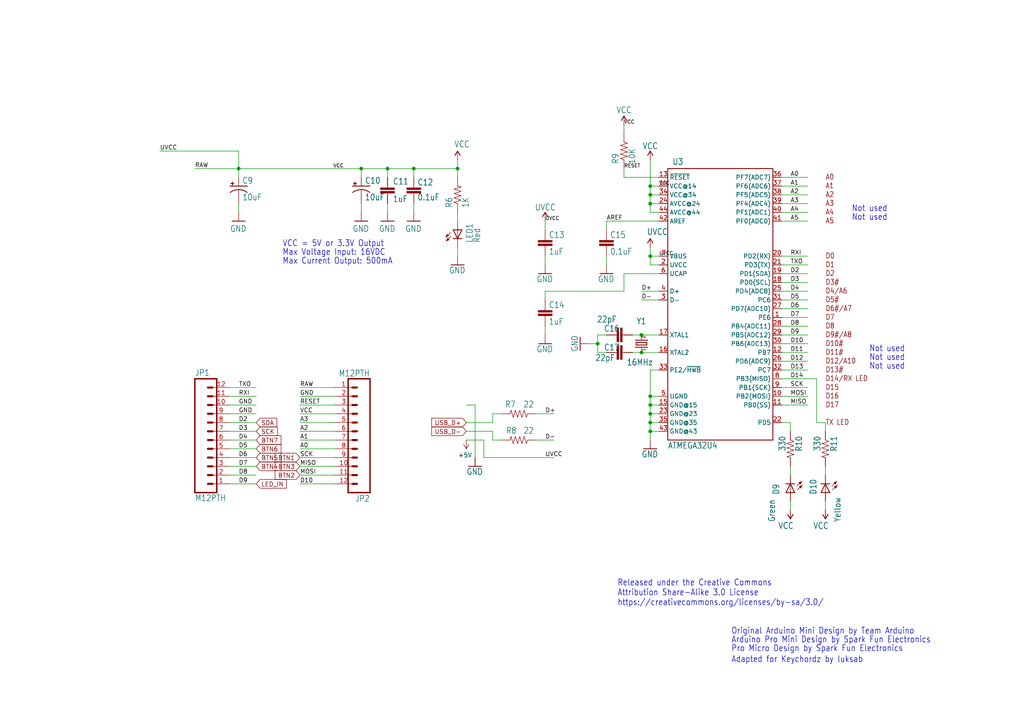
<source format=kicad_sch>
(kicad_sch (version 20211123) (generator eeschema)
  (paper "A4")
  (lib_symbols
    (symbol "LED0603_1"
      (property "Reference" "D9" (at 5.842 0.254 90))
      (property "Value" "LED0603_1" (at -3.683 2.286 90))
      (symbol "LED0603_1_1_0"
        (polyline (pts (xy -2.032 -0.762) (xy -3.429 -2.159)) (stroke (width 0.1524)))
        (polyline (pts (xy -1.905 -1.905) (xy -3.302 -3.302)) (stroke (width 0.1524)))
        (polyline (pts (xy 0 -2.54) (xy -1.27 -2.54)) (stroke (width 0.254)))
        (polyline (pts (xy 0 -2.54) (xy -1.27 0)) (stroke (width 0.254)))
        (polyline (pts (xy 0 0) (xy -1.27 0)) (stroke (width 0.254)))
        (polyline (pts (xy 0 0) (xy 0 -2.54)) (stroke (width 0.1524)))
        (polyline (pts (xy 1.27 -2.54) (xy 0 -2.54)) (stroke (width 0.254)))
        (polyline (pts (xy 1.27 0) (xy 0 -2.54)) (stroke (width 0.254)))
        (polyline (pts (xy 1.27 0) (xy 0 0)) (stroke (width 0.254)))
        (polyline (pts (xy -3.429 -2.159) (xy -3.048 -1.27) (xy -2.54 -1.778)) (fill (type outline)))
        (polyline (pts (xy -3.302 -3.302) (xy -2.921 -2.413) (xy -2.413 -2.921)) (fill (type outline)))
        (pin passive line (at 0 -5.08 90) (length 2.54) (name "K") (number "1"))
        (pin passive line (at 0 2.54 270) (length 2.54) (name "A") (number "2"))
      )
    )
    (symbol "LED0603_2"
      (property "Reference" "D10" (at 5.842 0.254 90))
      (property "Value" "LED0603_2" (at -3.683 2.286 90))
      (symbol "LED0603_2_1_0"
        (polyline (pts (xy -2.032 -0.762) (xy -3.429 -2.159)) (stroke (width 0.1524)))
        (polyline (pts (xy -1.905 -1.905) (xy -3.302 -3.302)) (stroke (width 0.1524)))
        (polyline (pts (xy 0 -2.54) (xy -1.27 -2.54)) (stroke (width 0.254)))
        (polyline (pts (xy 0 -2.54) (xy -1.27 0)) (stroke (width 0.254)))
        (polyline (pts (xy 0 0) (xy -1.27 0)) (stroke (width 0.254)))
        (polyline (pts (xy 0 0) (xy 0 -2.54)) (stroke (width 0.1524)))
        (polyline (pts (xy 1.27 -2.54) (xy 0 -2.54)) (stroke (width 0.254)))
        (polyline (pts (xy 1.27 0) (xy 0 -2.54)) (stroke (width 0.254)))
        (polyline (pts (xy 1.27 0) (xy 0 0)) (stroke (width 0.254)))
        (polyline (pts (xy -3.429 -2.159) (xy -3.048 -1.27) (xy -2.54 -1.778)) (fill (type outline)))
        (polyline (pts (xy -3.302 -3.302) (xy -2.921 -2.413) (xy -2.413 -2.921)) (fill (type outline)))
        (pin passive line (at 0 -5.08 90) (length 2.54) (name "K") (number "1"))
        (pin passive line (at 0 2.54 270) (length 2.54) (name "A") (number "2"))
      )
    )
    (symbol "SparkFun_Pro_Micro-eagle-import:3.3V" (power)
      (property "Value" "3.3V" (at -1.016 3.556 0))
      (symbol "3.3V_1_0"
        (polyline (pts (xy 0 2.54) (xy -0.762 1.27)) (stroke (width 0.254)))
        (polyline (pts (xy 0.762 1.27) (xy 0 2.54)) (stroke (width 0.254)))
        (pin power_in line (at 0 0 90) (length 2.54) (name "3.3V") (number "1"))
      )
    )
    (symbol "SparkFun_Pro_Micro-eagle-import:ATMEGA32U4OUTFAKES"
      (property "Value" "ATMEGA32U4OUTFAKES" (at -15.24 -43.18 0))
      (symbol "ATMEGA32U4OUTFAKES_1_0"
        (polyline (pts (xy -15.24 -40.64) (xy 15.24 -40.64)) (stroke (width 0.254)))
        (polyline (pts (xy -15.24 38.1) (xy -15.24 -40.64)) (stroke (width 0.254)))
        (polyline (pts (xy 15.24 -40.64) (xy 15.24 38.1)) (stroke (width 0.254)))
        (polyline (pts (xy 15.24 38.1) (xy -15.24 38.1)) (stroke (width 0.254)))
        (text "A0" (at 30.48 34.798 0) (effects (font (size 1.524 1.2954)) (justify left bottom)))
        (text "A1" (at 30.48 32.258 0) (effects (font (size 1.524 1.2954)) (justify left bottom)))
        (text "A2" (at 30.48 29.718 0) (effects (font (size 1.524 1.2954)) (justify left bottom)))
        (text "A3" (at 30.48 27.178 0) (effects (font (size 1.524 1.2954)) (justify left bottom)))
        (text "A4" (at 30.48 24.638 0) (effects (font (size 1.524 1.2954)) (justify left bottom)))
        (text "A5" (at 30.48 22.098 0) (effects (font (size 1.524 1.2954)) (justify left bottom)))
        (text "D0" (at 30.48 11.938 0) (effects (font (size 1.524 1.2954)) (justify left bottom)))
        (text "D1" (at 30.48 9.398 0) (effects (font (size 1.524 1.2954)) (justify left bottom)))
        (text "D10#" (at 30.48 -13.462 0) (effects (font (size 1.524 1.2954)) (justify left bottom)))
        (text "D11#" (at 30.48 -16.002 0) (effects (font (size 1.524 1.2954)) (justify left bottom)))
        (text "D12/A10" (at 30.48 -18.542 0) (effects (font (size 1.524 1.2954)) (justify left bottom)))
        (text "D13#" (at 30.48 -21.082 0) (effects (font (size 1.524 1.2954)) (justify left bottom)))
        (text "D14/RX LED" (at 30.48 -23.622 0) (effects (font (size 1.524 1.2954)) (justify left bottom)))
        (text "D15" (at 30.48 -26.162 0) (effects (font (size 1.524 1.2954)) (justify left bottom)))
        (text "D16" (at 30.48 -28.702 0) (effects (font (size 1.524 1.2954)) (justify left bottom)))
        (text "D17" (at 30.48 -31.242 0) (effects (font (size 1.524 1.2954)) (justify left bottom)))
        (text "D2" (at 30.48 6.858 0) (effects (font (size 1.524 1.2954)) (justify left bottom)))
        (text "D3#" (at 30.48 4.318 0) (effects (font (size 1.524 1.2954)) (justify left bottom)))
        (text "D4/A6" (at 30.48 1.778 0) (effects (font (size 1.524 1.2954)) (justify left bottom)))
        (text "D5#" (at 30.48 -0.762 0) (effects (font (size 1.524 1.2954)) (justify left bottom)))
        (text "D6#/A7" (at 30.48 -3.302 0) (effects (font (size 1.524 1.2954)) (justify left bottom)))
        (text "D7" (at 30.48 -5.842 0) (effects (font (size 1.524 1.2954)) (justify left bottom)))
        (text "D8" (at 30.48 -8.382 0) (effects (font (size 1.524 1.2954)) (justify left bottom)))
        (text "D9#/A8" (at 30.48 -10.922 0) (effects (font (size 1.524 1.2954)) (justify left bottom)))
        (text "TX LED" (at 30.48 -36.322 0) (effects (font (size 1.524 1.2954)) (justify left bottom)))
        (pin bidirectional line (at 17.78 -5.08 180) (length 2.54) (name "PE6") (number "1"))
        (pin bidirectional line (at 17.78 -27.94 180) (length 2.54) (name "PB2(MOSI)") (number "10"))
        (pin bidirectional line (at 17.78 -30.48 180) (length 2.54) (name "PB0(SS)") (number "11"))
        (pin bidirectional line (at 17.78 -15.24 180) (length 2.54) (name "PB7") (number "12"))
        (pin bidirectional line (at -17.78 35.56 0) (length 2.54) (name "~{RESET}") (number "13"))
        (pin bidirectional line (at -17.78 33.02 0) (length 2.54) (name "VCC@14") (number "14"))
        (pin bidirectional line (at -17.78 -30.48 0) (length 2.54) (name "GND@15") (number "15"))
        (pin bidirectional line (at -17.78 -15.24 0) (length 2.54) (name "XTAL2") (number "16"))
        (pin bidirectional line (at -17.78 -10.16 0) (length 2.54) (name "XTAL1") (number "17"))
        (pin bidirectional line (at 17.78 5.08 180) (length 2.54) (name "PD0(SCL)") (number "18"))
        (pin bidirectional line (at 17.78 7.62 180) (length 2.54) (name "PD1(SDA)") (number "19"))
        (pin bidirectional line (at -17.78 10.16 0) (length 2.54) (name "UVCC") (number "2"))
        (pin bidirectional line (at 17.78 12.7 180) (length 2.54) (name "PD2(RX)") (number "20"))
        (pin bidirectional line (at 17.78 10.16 180) (length 2.54) (name "PD3(TX)") (number "21"))
        (pin bidirectional line (at 17.78 -35.56 180) (length 2.54) (name "PD5") (number "22"))
        (pin bidirectional line (at -17.78 -33.02 0) (length 2.54) (name "GND@23") (number "23"))
        (pin bidirectional line (at -17.78 27.94 0) (length 2.54) (name "AVCC@24") (number "24"))
        (pin bidirectional line (at 17.78 2.54 180) (length 2.54) (name "PD4(ADC8)") (number "25"))
        (pin bidirectional line (at 17.78 -17.78 180) (length 2.54) (name "PD6(ADC9)") (number "26"))
        (pin bidirectional line (at 17.78 -2.54 180) (length 2.54) (name "PD7(ADC10)") (number "27"))
        (pin bidirectional line (at 17.78 -7.62 180) (length 2.54) (name "PB4(ADC11)") (number "28"))
        (pin bidirectional line (at 17.78 -10.16 180) (length 2.54) (name "PB5(ADC12)") (number "29"))
        (pin bidirectional line (at -17.78 0 0) (length 2.54) (name "D-") (number "3"))
        (pin bidirectional line (at 17.78 -12.7 180) (length 2.54) (name "PB6(ADC13)") (number "30"))
        (pin bidirectional line (at 17.78 0 180) (length 2.54) (name "PC6") (number "31"))
        (pin bidirectional line (at 17.78 -20.32 180) (length 2.54) (name "PC7") (number "32"))
        (pin bidirectional line (at -17.78 -20.32 0) (length 2.54) (name "PE2/~{HWB}") (number "33"))
        (pin bidirectional line (at -17.78 30.48 0) (length 2.54) (name "VCC@34") (number "34"))
        (pin bidirectional line (at -17.78 -35.56 0) (length 2.54) (name "GND@35") (number "35"))
        (pin bidirectional line (at 17.78 35.56 180) (length 2.54) (name "PF7(ADC7)") (number "36"))
        (pin bidirectional line (at 17.78 33.02 180) (length 2.54) (name "PF6(ADC6)") (number "37"))
        (pin bidirectional line (at 17.78 30.48 180) (length 2.54) (name "PF5(ADC5)") (number "38"))
        (pin bidirectional line (at 17.78 27.94 180) (length 2.54) (name "PF4(ADC4)") (number "39"))
        (pin bidirectional line (at -17.78 2.54 0) (length 2.54) (name "D+") (number "4"))
        (pin bidirectional line (at 17.78 25.4 180) (length 2.54) (name "PF1(ADC1)") (number "40"))
        (pin bidirectional line (at 17.78 22.86 180) (length 2.54) (name "PF0(ADC0)") (number "41"))
        (pin bidirectional line (at -17.78 22.86 0) (length 2.54) (name "AREF") (number "42"))
        (pin bidirectional line (at -17.78 -38.1 0) (length 2.54) (name "GND@43") (number "43"))
        (pin bidirectional line (at -17.78 25.4 0) (length 2.54) (name "AVCC@44") (number "44"))
        (pin bidirectional line (at -17.78 -27.94 0) (length 2.54) (name "UGND") (number "5"))
        (pin bidirectional line (at -17.78 7.62 0) (length 2.54) (name "UCAP") (number "6"))
        (pin bidirectional line (at -17.78 12.7 0) (length 2.54) (name "VBUS") (number "7"))
        (pin bidirectional line (at 17.78 -22.86 180) (length 2.54) (name "PB3(MISO)") (number "8"))
        (pin bidirectional line (at 17.78 -25.4 180) (length 2.54) (name "PB1(SCK)") (number "9"))
      )
    )
    (symbol "SparkFun_Pro_Micro-eagle-import:CAP0603-CAP"
      (property "Reference" "C" (at 1.524 2.921 0))
      (property "Value" "CAP0603-CAP" (at 1.524 -2.159 0))
      (symbol "CAP0603-CAP_1_0"
        (rectangle (start -2.032 0.508) (end 2.032 1.016) (fill (type outline)))
        (rectangle (start -2.032 1.524) (end 2.032 2.032) (fill (type outline)))
        (polyline (pts (xy 0 0) (xy 0 0.508)) (stroke (width 0.1524)))
        (polyline (pts (xy 0 2.54) (xy 0 2.032)) (stroke (width 0.1524)))
        (pin passive line (at 0 5.08 270) (length 2.54) (name "1") (number "1"))
        (pin passive line (at 0 -2.54 90) (length 2.54) (name "2") (number "2"))
      )
    )
    (symbol "SparkFun_Pro_Micro-eagle-import:CAP_POL1206"
      (property "Reference" "C" (at 1.016 0.635 0))
      (property "Value" "CAP_POL1206" (at 1.016 -4.191 0))
      (symbol "CAP_POL1206_1_0"
        (rectangle (start -2.253 0.668) (end -1.364 0.795) (fill (type outline)))
        (rectangle (start -1.872 0.287) (end -1.745 1.176) (fill (type outline)))
        (arc (start 0 -1.0161) (mid -1.3021 -1.2302) (end -2.4669 -1.8504) (stroke (width 0.254)))
        (polyline (pts (xy -2.54 0) (xy 2.54 0)) (stroke (width 0.254)))
        (polyline (pts (xy 0 -1.016) (xy 0 -2.54)) (stroke (width 0.1524)))
        (arc (start 2.4892 -1.8542) (mid 1.3158 -1.2195) (end 0 -1) (stroke (width 0.254)))
        (pin passive line (at 0 2.54 270) (length 2.54) (name "+") (number "A"))
        (pin passive line (at 0 -5.08 90) (length 2.54) (name "-") (number "C"))
      )
    )
    (symbol "SparkFun_Pro_Micro-eagle-import:CRYSTAL5X3"
      (property "Reference" "Y" (at 2.54 1.016 0))
      (property "Value" "CRYSTAL5X3" (at 2.54 -2.54 0))
      (symbol "CRYSTAL5X3_1_0"
        (polyline (pts (xy -2.54 0) (xy -1.016 0)) (stroke (width 0.1524)))
        (polyline (pts (xy -1.016 1.778) (xy -1.016 -1.778)) (stroke (width 0.254)))
        (polyline (pts (xy -0.381 -1.524) (xy 0.381 -1.524)) (stroke (width 0.254)))
        (polyline (pts (xy -0.381 1.524) (xy -0.381 -1.524)) (stroke (width 0.254)))
        (polyline (pts (xy 0.381 -1.524) (xy 0.381 1.524)) (stroke (width 0.254)))
        (polyline (pts (xy 0.381 1.524) (xy -0.381 1.524)) (stroke (width 0.254)))
        (polyline (pts (xy 1.016 0) (xy 2.54 0)) (stroke (width 0.1524)))
        (polyline (pts (xy 1.016 1.778) (xy 1.016 -1.778)) (stroke (width 0.254)))
        (text "1" (at -2.159 -1.143 0) (effects (font (size 0.8636 0.734)) (justify left bottom)))
        (text "2" (at 1.524 -1.143 0) (effects (font (size 0.8636 0.734)) (justify left bottom)))
        (pin passive line (at -2.54 0 0) (length 0) (name "1") (number "1"))
        (pin passive line (at 2.54 0 180) (length 0) (name "2") (number "3"))
      )
    )
    (symbol "SparkFun_Pro_Micro-eagle-import:GND" (power)
      (property "Value" "GND" (at -2.54 -2.54 0))
      (symbol "GND_1_0"
        (polyline (pts (xy -1.905 0) (xy 1.905 0)) (stroke (width 0.254)))
        (pin power_in line (at 0 2.54 270) (length 2.54) (name "GND") (number "1"))
      )
    )
    (symbol "SparkFun_Pro_Micro-eagle-import:LED0603"
      (property "Reference" "LED1" (at 4.445 -3.81 90))
      (property "Value" "Red" (at 6.604 -3.81 90))
      (symbol "LED0603_1_0"
        (polyline (pts (xy -2.032 -0.762) (xy -3.429 -2.159)) (stroke (width 0.1524)))
        (polyline (pts (xy -1.905 -1.905) (xy -3.302 -3.302)) (stroke (width 0.1524)))
        (polyline (pts (xy 0 -2.54) (xy -1.27 -2.54)) (stroke (width 0.254)))
        (polyline (pts (xy 0 -2.54) (xy -1.27 0)) (stroke (width 0.254)))
        (polyline (pts (xy 0 0) (xy -1.27 0)) (stroke (width 0.254)))
        (polyline (pts (xy 0 0) (xy 0 -2.54)) (stroke (width 0.1524)))
        (polyline (pts (xy 1.27 -2.54) (xy 0 -2.54)) (stroke (width 0.254)))
        (polyline (pts (xy 1.27 0) (xy 0 -2.54)) (stroke (width 0.254)))
        (polyline (pts (xy 1.27 0) (xy 0 0)) (stroke (width 0.254)))
        (polyline (pts (xy -3.429 -2.159) (xy -3.048 -1.27) (xy -2.54 -1.778)) (fill (type outline)))
        (polyline (pts (xy -3.302 -3.302) (xy -2.921 -2.413) (xy -2.413 -2.921)) (fill (type outline)))
        (pin passive line (at 0 -5.08 90) (length 2.54) (name "C") (number "1"))
        (pin passive line (at 0 2.54 270) (length 2.54) (name "A") (number "2"))
      )
    )
    (symbol "SparkFun_Pro_Micro-eagle-import:M12PTH"
      (property "Reference" "JP" (at 0 16.002 0))
      (property "Value" "M12PTH" (at 0 -20.32 0))
      (symbol "M12PTH_1_0"
        (polyline (pts (xy 0 15.24) (xy 0 -17.78)) (stroke (width 0.4064)))
        (polyline (pts (xy 0 15.24) (xy 6.35 15.24)) (stroke (width 0.4064)))
        (polyline (pts (xy 3.81 -15.24) (xy 5.08 -15.24)) (stroke (width 0.6096)))
        (polyline (pts (xy 3.81 -12.7) (xy 5.08 -12.7)) (stroke (width 0.6096)))
        (polyline (pts (xy 3.81 -10.16) (xy 5.08 -10.16)) (stroke (width 0.6096)))
        (polyline (pts (xy 3.81 -7.62) (xy 5.08 -7.62)) (stroke (width 0.6096)))
        (polyline (pts (xy 3.81 -5.08) (xy 5.08 -5.08)) (stroke (width 0.6096)))
        (polyline (pts (xy 3.81 -2.54) (xy 5.08 -2.54)) (stroke (width 0.6096)))
        (polyline (pts (xy 3.81 0) (xy 5.08 0)) (stroke (width 0.6096)))
        (polyline (pts (xy 3.81 2.54) (xy 5.08 2.54)) (stroke (width 0.6096)))
        (polyline (pts (xy 3.81 5.08) (xy 5.08 5.08)) (stroke (width 0.6096)))
        (polyline (pts (xy 3.81 7.62) (xy 5.08 7.62)) (stroke (width 0.6096)))
        (polyline (pts (xy 3.81 10.16) (xy 5.08 10.16)) (stroke (width 0.6096)))
        (polyline (pts (xy 3.81 12.7) (xy 5.08 12.7)) (stroke (width 0.6096)))
        (polyline (pts (xy 6.35 -17.78) (xy 0 -17.78)) (stroke (width 0.4064)))
        (polyline (pts (xy 6.35 -17.78) (xy 6.35 15.24)) (stroke (width 0.4064)))
        (pin passive line (at 10.16 -15.24 180) (length 5.08) (name "1") (number "1"))
        (pin passive line (at 10.16 7.62 180) (length 5.08) (name "10") (number "10"))
        (pin passive line (at 10.16 10.16 180) (length 5.08) (name "11") (number "11"))
        (pin passive line (at 10.16 12.7 180) (length 5.08) (name "12") (number "12"))
        (pin passive line (at 10.16 -12.7 180) (length 5.08) (name "2") (number "2"))
        (pin passive line (at 10.16 -10.16 180) (length 5.08) (name "3") (number "3"))
        (pin passive line (at 10.16 -7.62 180) (length 5.08) (name "4") (number "4"))
        (pin passive line (at 10.16 -5.08 180) (length 5.08) (name "5") (number "5"))
        (pin passive line (at 10.16 -2.54 180) (length 5.08) (name "6") (number "6"))
        (pin passive line (at 10.16 0 180) (length 5.08) (name "7") (number "7"))
        (pin passive line (at 10.16 2.54 180) (length 5.08) (name "8") (number "8"))
        (pin passive line (at 10.16 5.08 180) (length 5.08) (name "9") (number "9"))
      )
    )
    (symbol "SparkFun_Pro_Micro-eagle-import:RESISTOR0603-RES"
      (property "Reference" "R" (at -3.81 1.4986 0))
      (property "Value" "RESISTOR0603-RES" (at -3.81 -3.302 0))
      (symbol "RESISTOR0603-RES_1_0"
        (polyline (pts (xy -2.54 0) (xy -2.159 1.016)) (stroke (width 0.1524)))
        (polyline (pts (xy -2.159 1.016) (xy -1.524 -1.016)) (stroke (width 0.1524)))
        (polyline (pts (xy -1.524 -1.016) (xy -0.889 1.016)) (stroke (width 0.1524)))
        (polyline (pts (xy -0.889 1.016) (xy -0.254 -1.016)) (stroke (width 0.1524)))
        (polyline (pts (xy -0.254 -1.016) (xy 0.381 1.016)) (stroke (width 0.1524)))
        (polyline (pts (xy 0.381 1.016) (xy 1.016 -1.016)) (stroke (width 0.1524)))
        (polyline (pts (xy 1.016 -1.016) (xy 1.651 1.016)) (stroke (width 0.1524)))
        (polyline (pts (xy 1.651 1.016) (xy 2.286 -1.016)) (stroke (width 0.1524)))
        (polyline (pts (xy 2.286 -1.016) (xy 2.54 0)) (stroke (width 0.1524)))
        (pin passive line (at -5.08 0 0) (length 2.54) (name "1") (number "1"))
        (pin passive line (at 5.08 0 180) (length 2.54) (name "2") (number "2"))
      )
    )
    (symbol "SparkFun_Pro_Micro-eagle-import:VCC" (power)
      (property "Value" "VCC" (at -1.016 3.556 0))
      (symbol "VCC_1_0"
        (polyline (pts (xy 0 2.54) (xy -0.762 1.27)) (stroke (width 0.254)))
        (polyline (pts (xy 0.762 1.27) (xy 0 2.54)) (stroke (width 0.254)))
        (pin power_in line (at 0 0 90) (length 2.54) (name "VCC") (number "1"))
      )
    )
    (symbol "power:+5V" (power) (pin_names (offset 0))
      (property "Value" "+5V" (at 0 3.556 0))
      (symbol "+5V_0_1"
        (polyline (pts (xy -0.762 1.27) (xy 0 2.54)))
        (polyline (pts (xy 0 0) (xy 0 2.54)))
        (polyline (pts (xy 0 2.54) (xy 0.762 1.27)))
      )
      (symbol "+5V_1_1"
        (pin power_in line (at 0 0 90) (length 0) hide (name "+5V") (number "1"))
      )
    )
  )
  (junction (at 188.595 125.095))
  (junction (at 188.595 53.975))
  (junction (at 188.595 120.015))
  (junction (at 186.055 102.235))
  (junction (at 188.595 56.515))
  (junction (at 132.715 48.895))
  (junction (at 188.595 74.295))
  (junction (at 69.215 48.895))
  (junction (at 188.595 117.475))
  (junction (at 188.595 114.935))
  (junction (at 188.595 122.555))
  (junction (at 112.395 48.895))
  (junction (at 186.055 97.155))
  (junction (at 104.775 48.895))
  (junction (at 188.595 59.055))
  (junction (at 173.355 99.695))
  (junction (at 120.015 48.895))
  (wire (pts (xy 66.675 117.475) (xy 74.295 117.475)))
  (wire (pts (xy 188.595 56.515) (xy 188.595 53.975)))
  (wire (pts (xy 191.135 74.295) (xy 188.595 74.295)))
  (wire (pts (xy 66.675 137.795) (xy 74.295 137.795)))
  (wire (pts (xy 191.135 61.595) (xy 188.595 61.595)))
  (wire (pts (xy 226.695 122.555) (xy 229.235 122.555)))
  (wire (pts (xy 142.875 120.015) (xy 145.415 120.015)))
  (wire (pts (xy 66.675 127.635) (xy 74.295 127.635)))
  (wire (pts (xy 132.715 48.895) (xy 132.715 51.435)))
  (wire (pts (xy 66.675 112.395) (xy 74.295 112.395)))
  (wire (pts (xy 158.115 84.455) (xy 158.115 86.995)))
  (wire (pts (xy 112.395 48.895) (xy 120.015 48.895)))
  (wire (pts (xy 69.215 48.895) (xy 104.775 48.895)))
  (wire (pts (xy 97.155 130.175) (xy 86.995 130.175)))
  (wire (pts (xy 229.235 122.555) (xy 229.235 125.095)))
  (wire (pts (xy 66.675 140.335) (xy 74.295 140.335)))
  (wire (pts (xy 69.215 61.595) (xy 69.215 59.055)))
  (wire (pts (xy 191.135 102.235) (xy 186.055 102.235)))
  (wire (pts (xy 97.155 127.635) (xy 86.995 127.635)))
  (wire (pts (xy 226.695 89.535) (xy 234.315 89.535)))
  (wire (pts (xy 191.135 120.015) (xy 188.595 120.015)))
  (wire (pts (xy 46.355 43.815) (xy 69.215 43.815)))
  (wire (pts (xy 191.135 76.835) (xy 188.595 76.835)))
  (wire (pts (xy 104.775 48.895) (xy 112.395 48.895)))
  (wire (pts (xy 97.155 120.015) (xy 86.995 120.015)))
  (wire (pts (xy 226.695 97.155) (xy 234.315 97.155)))
  (wire (pts (xy 226.695 86.995) (xy 234.315 86.995)))
  (wire (pts (xy 120.015 48.895) (xy 132.715 48.895)))
  (wire (pts (xy 66.675 114.935) (xy 74.295 114.935)))
  (wire (pts (xy 191.135 122.555) (xy 188.595 122.555)))
  (wire (pts (xy 97.155 112.395) (xy 86.995 112.395)))
  (wire (pts (xy 142.875 127.635) (xy 145.415 127.635)))
  (wire (pts (xy 188.595 125.095) (xy 188.595 127.635)))
  (wire (pts (xy 239.395 137.795) (xy 239.395 135.255)))
  (wire (pts (xy 140.335 132.715) (xy 160.655 132.715)))
  (wire (pts (xy 132.715 74.295) (xy 132.715 71.755)))
  (wire (pts (xy 226.695 61.595) (xy 234.315 61.595)))
  (wire (pts (xy 186.055 97.155) (xy 183.515 97.155)))
  (wire (pts (xy 191.135 79.375) (xy 180.975 79.375)))
  (wire (pts (xy 226.695 117.475) (xy 234.315 117.475)))
  (wire (pts (xy 188.595 114.935) (xy 188.595 117.475)))
  (wire (pts (xy 120.015 61.595) (xy 120.015 59.055)))
  (wire (pts (xy 226.695 64.135) (xy 234.315 64.135)))
  (wire (pts (xy 142.875 122.555) (xy 142.875 120.015)))
  (wire (pts (xy 158.115 97.155) (xy 158.115 94.615)))
  (wire (pts (xy 188.595 107.315) (xy 188.595 114.935)))
  (wire (pts (xy 188.595 71.755) (xy 188.595 74.295)))
  (wire (pts (xy 132.715 64.135) (xy 132.715 61.595)))
  (wire (pts (xy 186.055 102.235) (xy 183.515 102.235)))
  (wire (pts (xy 226.695 59.055) (xy 234.315 59.055)))
  (wire (pts (xy 132.715 48.895) (xy 132.715 46.355)))
  (wire (pts (xy 97.155 135.255) (xy 86.995 135.255)))
  (wire (pts (xy 97.155 122.555) (xy 86.995 122.555)))
  (wire (pts (xy 69.215 48.895) (xy 56.515 48.895)))
  (wire (pts (xy 188.595 53.975) (xy 188.595 46.355)))
  (wire (pts (xy 191.135 86.995) (xy 186.055 86.995)))
  (wire (pts (xy 97.155 125.095) (xy 86.995 125.095)))
  (wire (pts (xy 173.355 99.695) (xy 173.355 102.235)))
  (wire (pts (xy 191.135 64.135) (xy 175.895 64.135)))
  (wire (pts (xy 188.595 117.475) (xy 188.595 120.015)))
  (wire (pts (xy 226.695 76.835) (xy 234.315 76.835)))
  (wire (pts (xy 140.335 127.635) (xy 140.335 132.715)))
  (wire (pts (xy 97.155 117.475) (xy 86.995 117.475)))
  (wire (pts (xy 158.115 74.295) (xy 158.115 76.835)))
  (wire (pts (xy 97.155 132.715) (xy 86.995 132.715)))
  (wire (pts (xy 191.135 114.935) (xy 188.595 114.935)))
  (wire (pts (xy 155.575 120.015) (xy 160.655 120.015)))
  (wire (pts (xy 226.695 84.455) (xy 234.315 84.455)))
  (wire (pts (xy 142.875 125.095) (xy 142.875 127.635)))
  (wire (pts (xy 112.395 48.895) (xy 112.395 51.435)))
  (wire (pts (xy 191.135 51.435) (xy 180.975 51.435)))
  (wire (pts (xy 97.155 137.795) (xy 86.995 137.795)))
  (wire (pts (xy 239.395 147.955) (xy 239.395 145.415)))
  (wire (pts (xy 226.695 114.935) (xy 234.315 114.935)))
  (wire (pts (xy 175.895 64.135) (xy 175.895 66.675)))
  (wire (pts (xy 236.855 109.855) (xy 236.855 122.555)))
  (wire (pts (xy 226.695 107.315) (xy 234.315 107.315)))
  (wire (pts (xy 137.795 117.475) (xy 137.795 132.715)))
  (wire (pts (xy 239.395 122.555) (xy 239.395 125.095)))
  (wire (pts (xy 229.235 147.955) (xy 229.235 145.415)))
  (wire (pts (xy 226.695 53.975) (xy 234.315 53.975)))
  (wire (pts (xy 226.695 112.395) (xy 234.315 112.395)))
  (wire (pts (xy 191.135 125.095) (xy 188.595 125.095)))
  (wire (pts (xy 135.255 125.095) (xy 142.875 125.095)))
  (wire (pts (xy 66.675 122.555) (xy 74.295 122.555)))
  (wire (pts (xy 66.675 130.175) (xy 74.295 130.175)))
  (wire (pts (xy 191.135 84.455) (xy 186.055 84.455)))
  (wire (pts (xy 226.695 74.295) (xy 234.315 74.295)))
  (wire (pts (xy 97.155 140.335) (xy 86.995 140.335)))
  (wire (pts (xy 173.355 97.155) (xy 173.355 99.695)))
  (wire (pts (xy 180.975 84.455) (xy 158.115 84.455)))
  (wire (pts (xy 112.395 61.595) (xy 112.395 59.055)))
  (wire (pts (xy 226.695 99.695) (xy 234.315 99.695)))
  (wire (pts (xy 135.255 127.635) (xy 140.335 127.635)))
  (wire (pts (xy 180.975 79.375) (xy 180.975 84.455)))
  (wire (pts (xy 180.975 48.895) (xy 180.975 51.435)))
  (wire (pts (xy 66.675 125.095) (xy 74.295 125.095)))
  (wire (pts (xy 226.695 94.615) (xy 234.315 94.615)))
  (wire (pts (xy 191.135 117.475) (xy 188.595 117.475)))
  (wire (pts (xy 120.015 51.435) (xy 120.015 48.895)))
  (wire (pts (xy 191.135 97.155) (xy 186.055 97.155)))
  (wire (pts (xy 188.595 76.835) (xy 188.595 74.295)))
  (wire (pts (xy 226.695 81.915) (xy 234.315 81.915)))
  (wire (pts (xy 97.155 114.935) (xy 86.995 114.935)))
  (wire (pts (xy 69.215 48.895) (xy 69.215 43.815)))
  (wire (pts (xy 226.695 56.515) (xy 234.315 56.515)))
  (wire (pts (xy 66.675 135.255) (xy 74.295 135.255)))
  (wire (pts (xy 191.135 59.055) (xy 188.595 59.055)))
  (wire (pts (xy 135.255 117.475) (xy 137.795 117.475)))
  (wire (pts (xy 66.675 120.015) (xy 74.295 120.015)))
  (wire (pts (xy 66.675 132.715) (xy 74.295 132.715)))
  (wire (pts (xy 191.135 53.975) (xy 188.595 53.975)))
  (wire (pts (xy 170.815 99.695) (xy 173.355 99.695)))
  (wire (pts (xy 188.595 59.055) (xy 188.595 56.515)))
  (wire (pts (xy 104.775 61.595) (xy 104.775 59.055)))
  (wire (pts (xy 226.695 51.435) (xy 234.315 51.435)))
  (wire (pts (xy 104.775 48.895) (xy 104.775 51.435)))
  (wire (pts (xy 158.115 64.135) (xy 158.115 66.675)))
  (wire (pts (xy 191.135 107.315) (xy 188.595 107.315)))
  (wire (pts (xy 188.595 120.015) (xy 188.595 122.555)))
  (wire (pts (xy 226.695 92.075) (xy 234.315 92.075)))
  (wire (pts (xy 226.695 102.235) (xy 234.315 102.235)))
  (wire (pts (xy 135.255 122.555) (xy 142.875 122.555)))
  (wire (pts (xy 191.135 56.515) (xy 188.595 56.515)))
  (wire (pts (xy 236.855 122.555) (xy 239.395 122.555)))
  (wire (pts (xy 155.575 127.635) (xy 160.655 127.635)))
  (wire (pts (xy 229.235 137.795) (xy 229.235 135.255)))
  (wire (pts (xy 226.695 109.855) (xy 236.855 109.855)))
  (wire (pts (xy 226.695 79.375) (xy 234.315 79.375)))
  (wire (pts (xy 226.695 104.775) (xy 234.315 104.775)))
  (wire (pts (xy 180.975 36.195) (xy 180.975 38.735)))
  (wire (pts (xy 188.595 61.595) (xy 188.595 59.055)))
  (wire (pts (xy 188.595 122.555) (xy 188.595 125.095)))
  (wire (pts (xy 175.895 97.155) (xy 173.355 97.155)))
  (wire (pts (xy 69.215 51.435) (xy 69.215 48.895)))
  (wire (pts (xy 175.895 76.835) (xy 175.895 74.295)))
  (wire (pts (xy 175.895 102.235) (xy 173.355 102.235)))
  (text "VCC = 5V or 3.3V Output" (at 81.915 71.755 180) (effects (font (size 1.778 1.5113)) (justify left bottom)))
  (text "Arduino Pro Mini Design by Spark Fun Electronics" (at 212.09 186.69 180) (effects (font (size 1.778 1.5113)) (justify left bottom)))
  (text "Original Arduino Mini Design by Team Arduino" (at 212.09 184.15 180) (effects (font (size 1.778 1.5113)) (justify left bottom)))
  (text "Released under the Creative Commons\nAttribution Share-Alike 3.0 License\nhttps://creativecommons.org/licenses/by-sa/3.0/" (at 179.07 175.895 0) (effects (font (size 1.778 1.5113)) (justify left bottom)))
  (text "Pro Micro Design by Spark Fun Electronics" (at 212.09 189.23 180) (effects (font (size 1.778 1.5113)) (justify left bottom)))
  (text "Adapted for Keychordz by luksab" (at 212.09 192.405 180) (effects (font (size 1.778 1.5113)) (justify left bottom)))
  (text "Not used" (at 252.095 102.235 180) (effects (font (size 1.778 1.5113)) (justify left bottom)))
  (text "Not used" (at 247.015 64.135 180) (effects (font (size 1.778 1.5113)) (justify left bottom)))
  (text "Not used" (at 247.015 61.595 180) (effects (font (size 1.778 1.5113)) (justify left bottom)))
  (text "Not used" (at 252.095 107.315 180) (effects (font (size 1.778 1.5113)) (justify left bottom)))
  (text "Max Current Output: 500mA" (at 81.915 76.835 180) (effects (font (size 1.778 1.5113)) (justify left bottom)))
  (text "Max Voltage Input: 16VDC" (at 81.915 74.295 180) (effects (font (size 1.778 1.5113)) (justify left bottom)))
  (text "Not used" (at 252.095 104.775 180) (effects (font (size 1.778 1.5113)) (justify left bottom)))
  (label "D+" (at 158.115 120.015 0) (effects (font (size 1.2446 1.2446))))
  (label "A2" (at 229.235 56.515 0) (effects (font (size 1.2446 1.2446))))
  (label "SCK" (at 229.235 112.395 0) (effects (font (size 1.2446 1.2446))))
  (label "A4" (at 229.235 61.595 0) (effects (font (size 1.2446 1.2446))))
  (label "D-" (at 186.055 86.995 0) (effects (font (size 1.2446 1.2446))))
  (label "SCK" (at 86.995 132.715 0) (effects (font (size 1.2446 1.2446))))
  (label "MOSI" (at 229.235 114.935 0) (effects (font (size 1.2446 1.2446))))
  (label "VCC" (at 180.975 36.195 0) (effects (font (size 1.016 1.016))))
  (label "RESET" (at 180.975 48.895 0) (effects (font (size 1.016 1.016))))
  (label "UVCC" (at 46.355 43.815 0) (effects (font (size 1.2446 1.2446))))
  (label "A1" (at 229.235 53.975 0) (effects (font (size 1.2446 1.2446))))
  (label "UVCC" (at 158.115 132.715 0) (effects (font (size 1.2446 1.2446))))
  (label "A0" (at 229.235 51.435 0) (effects (font (size 1.2446 1.2446))))
  (label "D10" (at 86.995 140.335 0) (effects (font (size 1.2446 1.2446))))
  (label "VCC" (at 99.695 48.895 180) (effects (font (size 1.016 1.016))))
  (label "D9" (at 229.235 97.155 0) (effects (font (size 1.2446 1.2446))))
  (label "MISO" (at 86.995 135.255 0) (effects (font (size 1.2446 1.2446))))
  (label "D7" (at 229.235 92.075 0) (effects (font (size 1.2446 1.2446))))
  (label "TXO" (at 69.215 112.395 0) (effects (font (size 1.2446 1.2446))))
  (label "D12" (at 229.235 104.775 0) (effects (font (size 1.2446 1.2446))))
  (label "D2" (at 69.215 122.555 0) (effects (font (size 1.2446 1.2446))))
  (label "D2" (at 229.235 79.375 0) (effects (font (size 1.2446 1.2446))))
  (label "D14" (at 229.235 109.855 0) (effects (font (size 1.2446 1.2446))))
  (label "D3" (at 69.215 125.095 0) (effects (font (size 1.2446 1.2446))))
  (label "D10" (at 229.235 99.695 0) (effects (font (size 1.2446 1.2446))))
  (label "RXI" (at 69.215 114.935 0) (effects (font (size 1.2446 1.2446))))
  (label "MISO" (at 229.235 117.475 0) (effects (font (size 1.2446 1.2446))))
  (label "TXO" (at 229.235 76.835 0) (effects (font (size 1.2446 1.2446))))
  (label "RAW" (at 56.515 48.895 0) (effects (font (size 1.2446 1.2446))))
  (label "A3" (at 229.235 59.055 0) (effects (font (size 1.2446 1.2446))))
  (label "VCC" (at 191.135 53.975 0) (effects (font (size 1.016 1.016))))
  (label "D8" (at 69.215 137.795 0) (effects (font (size 1.2446 1.2446))))
  (label "UVCC" (at 158.115 64.135 0) (effects (font (size 1.016 1.016))))
  (label "D6" (at 229.235 89.535 0) (effects (font (size 1.2446 1.2446))))
  (label "D8" (at 229.235 94.615 0) (effects (font (size 1.2446 1.2446))))
  (label "VCC" (at 86.995 120.015 0) (effects (font (size 1.2446 1.2446))))
  (label "MOSI" (at 86.995 137.795 0) (effects (font (size 1.2446 1.2446))))
  (label "A0" (at 86.995 130.175 0) (effects (font (size 1.2446 1.2446))))
  (label "D13" (at 229.235 107.315 0) (effects (font (size 1.2446 1.2446))))
  (label "D7" (at 69.215 135.255 0) (effects (font (size 1.2446 1.2446))))
  (label "UVCC" (at 191.135 74.295 0) (effects (font (size 1.016 1.016))))
  (label "D5" (at 69.215 130.175 0) (effects (font (size 1.2446 1.2446))))
  (label "RAW" (at 86.995 112.395 0) (effects (font (size 1.2446 1.2446))))
  (label "D11" (at 229.235 102.235 0) (effects (font (size 1.2446 1.2446))))
  (label "A2" (at 86.995 125.095 0) (effects (font (size 1.2446 1.2446))))
  (label "RXI" (at 229.235 74.295 0) (effects (font (size 1.2446 1.2446))))
  (label "D3" (at 229.235 81.915 0) (effects (font (size 1.2446 1.2446))))
  (label "D-" (at 158.115 127.635 0) (effects (font (size 1.2446 1.2446))))
  (label "A5" (at 229.235 64.135 0) (effects (font (size 1.2446 1.2446))))
  (label "D9" (at 69.215 140.335 0) (effects (font (size 1.2446 1.2446))))
  (label "D4" (at 229.235 84.455 0) (effects (font (size 1.2446 1.2446))))
  (label "GND" (at 86.995 114.935 0) (effects (font (size 1.2446 1.2446))))
  (label "GND" (at 69.215 117.475 0) (effects (font (size 1.2446 1.2446))))
  (label "AREF" (at 175.895 64.135 0) (effects (font (size 1.2446 1.2446))))
  (label "A3" (at 86.995 122.555 0) (effects (font (size 1.2446 1.2446))))
  (label "RESET" (at 86.995 117.475 0) (effects (font (size 1.2446 1.2446))))
  (label "D6" (at 69.215 132.715 0) (effects (font (size 1.2446 1.2446))))
  (label "D+" (at 186.055 84.455 0) (effects (font (size 1.2446 1.2446))))
  (label "GND" (at 69.215 120.015 0) (effects (font (size 1.2446 1.2446))))
  (label "D5" (at 229.235 86.995 0) (effects (font (size 1.2446 1.2446))))
  (label "D4" (at 69.215 127.635 0) (effects (font (size 1.2446 1.2446))))
  (label "A1" (at 86.995 127.635 0) (effects (font (size 1.2446 1.2446))))
  (global_label "SDA" (shape input) (at 74.295 122.555 0) (property "Intersheet References" "${INTERSHEET_REFS}" (effects hide)))
  (global_label "USB_D-" (shape input) (at 135.255 125.095 180) (property "Intersheet References" "${INTERSHEET_REFS}" (effects hide)))
  (global_label "BTN4" (shape input) (at 74.295 135.255 0) (property "Intersheet References" "${INTERSHEET_REFS}" (effects hide)))
  (global_label "USB_D+" (shape input) (at 135.255 122.555 180) (property "Intersheet References" "${INTERSHEET_REFS}" (effects hide)))
  (global_label "BTN2" (shape input) (at 86.995 137.795 180) (property "Intersheet References" "${INTERSHEET_REFS}" (effects hide)))
  (global_label "SCK" (shape input) (at 74.295 125.095 0) (property "Intersheet References" "${INTERSHEET_REFS}" (effects hide)))
  (global_label "BTN6" (shape input) (at 74.295 130.175 0) (property "Intersheet References" "${INTERSHEET_REFS}" (effects hide)))
  (global_label "BTN5" (shape input) (at 74.295 132.715 0) (property "Intersheet References" "${INTERSHEET_REFS}" (effects hide)))
  (global_label "BTN1" (shape input) (at 86.995 132.715 180) (property "Intersheet References" "${INTERSHEET_REFS}" (effects hide)))
  (global_label "LED_IN" (shape input) (at 74.295 140.335 0) (property "Intersheet References" "${INTERSHEET_REFS}" (effects hide)))
  (global_label "BTN3" (shape input) (at 86.995 135.255 180) (property "Intersheet References" "${INTERSHEET_REFS}" (effects hide)))
  (global_label "BTN7" (shape input) (at 74.295 127.635 0) (property "Intersheet References" "${INTERSHEET_REFS}" (effects hide)))
  (symbol (lib_id "SparkFun_Pro_Micro-eagle-import:GND") (at 120.015 64.135 0) (unit 1)
    (property "Reference" "#GND0103" (effects hide))
    (property "Value" "GND" (at 117.475 67.31 0) (effects (font (size 1.778 1.5113)) (justify left bottom)))
    (property "Footprint" "SparkFun_Pro_Micro:" (effects hide))
  )
  (symbol (lib_id "SparkFun_Pro_Micro-eagle-import:CAP0603-CAP") (at 120.015 53.975 180) (unit 1)
    (property "Reference" "C12" (at 121.031 53.848 0) (effects (font (size 1.778 1.5113)) (justify right top)))
    (property "Value" "0.1uF" (at 121.031 58.166 0) (effects (font (size 1.778 1.5113)) (justify right top)))
    (property "Footprint" "Capacitor_SMD:C_0603_1608Metric_Pad1.08x0.95mm_HandSolder" (effects hide))
  )
  (symbol (lib_id "SparkFun_Pro_Micro-eagle-import:RESISTOR0603-RES") (at 229.235 130.175 270) (unit 1)
    (property "Reference" "R10" (at 230.7336 126.365 0) (effects (font (size 1.778 1.5113)) (justify left bottom)))
    (property "Value" "330" (at 225.933 126.365 0) (effects (font (size 1.778 1.5113)) (justify left bottom)))
    (property "Footprint" "Resistor_SMD:R_0603_1608Metric_Pad0.98x0.95mm_HandSolder" (effects hide))
  )
  (symbol (lib_id "SparkFun_Pro_Micro-eagle-import:CAP0603-CAP") (at 158.115 89.535 180) (unit 1)
    (property "Reference" "C14" (at 159.131 89.408 0) (effects (font (size 1.778 1.5113)) (justify right top)))
    (property "Value" "1uF" (at 159.131 94.234 0) (effects (font (size 1.778 1.5113)) (justify right top)))
    (property "Footprint" "Capacitor_SMD:C_0603_1608Metric_Pad1.08x0.95mm_HandSolder" (effects hide))
  )
  (symbol (lib_id "SparkFun_Pro_Micro-eagle-import:GND") (at 104.775 64.135 0) (unit 1)
    (property "Reference" "#GND0106" (effects hide))
    (property "Value" "GND" (at 102.235 67.31 0) (effects (font (size 1.778 1.5113)) (justify left bottom)))
    (property "Footprint" "SparkFun_Pro_Micro:" (effects hide))
  )
  (symbol (lib_id "SparkFun_Pro_Micro-eagle-import:3.3V") (at 188.595 71.755 0) (unit 1)
    (property "Reference" "#UVCC0102" (effects hide))
    (property "Value" "UVCC" (at 187.579 68.199 0) (effects (font (size 1.778 1.5113)) (justify left bottom)))
    (property "Footprint" "SparkFun_Pro_Micro:" (effects hide))
  )
  (symbol (lib_id "SparkFun_Pro_Micro-eagle-import:M12PTH") (at 56.515 125.095 0) (unit 1)
    (property "Reference" "JP1" (at 56.515 109.093 0) (effects (font (size 1.778 1.5113)) (justify left bottom)))
    (property "Value" "M12PTH" (at 56.515 145.415 0) (effects (font (size 1.778 1.5113)) (justify left bottom)))
    (property "Footprint" "Connector_PinHeader_2.54mm:PinHeader_1x12_P2.54mm_Vertical" (effects hide))
  )
  (symbol (lib_id "SparkFun_Pro_Micro-eagle-import:3.3V") (at 158.115 64.135 0) (unit 1)
    (property "Reference" "#UVCC0101" (effects hide))
    (property "Value" "UVCC" (at 155.067 61.087 0) (effects (font (size 1.778 1.5113)) (justify left bottom)))
    (property "Footprint" "SparkFun_Pro_Micro:" (effects hide))
  )
  (symbol (lib_id "SparkFun_Pro_Micro-eagle-import:CAP0603-CAP") (at 158.115 69.215 180) (unit 1)
    (property "Reference" "C13" (at 159.131 69.088 0) (effects (font (size 1.778 1.5113)) (justify right top)))
    (property "Value" "1uF" (at 159.131 73.914 0) (effects (font (size 1.778 1.5113)) (justify right top)))
    (property "Footprint" "Capacitor_SMD:C_0603_1608Metric_Pad1.08x0.95mm_HandSolder" (effects hide))
  )
  (symbol (lib_id "SparkFun_Pro_Micro-eagle-import:LED0603") (at 132.715 66.675 0) (unit 1)
    (property "Reference" "LED1" (at 137.16 70.485 90) (effects (font (size 1.778 1.5113)) (justify left bottom)))
    (property "Value" "Red" (at 139.319 70.485 90) (effects (font (size 1.778 1.5113)) (justify left bottom)))
    (property "Footprint" "LED_SMD:LED_0603_1608Metric_Pad1.05x0.95mm_HandSolder" (effects hide))
  )
  (symbol (lib_id "SparkFun_Pro_Micro-eagle-import:CAP0603-CAP") (at 112.395 56.515 0) (unit 1)
    (property "Reference" "C11" (at 113.919 53.594 0) (effects (font (size 1.778 1.5113)) (justify left bottom)))
    (property "Value" "1uF" (at 113.919 58.674 0) (effects (font (size 1.778 1.5113)) (justify left bottom)))
    (property "Footprint" "Capacitor_SMD:C_0603_1608Metric_Pad1.08x0.95mm_HandSolder" (effects hide))
  )
  (symbol (lib_id "SparkFun_Pro_Micro-eagle-import:ATMEGA32U4OUTFAKES") (at 208.915 86.995 0) (unit 1)
    (property "Reference" "U3" (at 194.945 47.879 0) (effects (font (size 1.778 1.5113)) (justify left bottom)))
    (property "Value" "ATMEGA32U4" (at 193.675 130.175 0) (effects (font (size 1.778 1.5113)) (justify left bottom)))
    (property "Footprint" "Library:QFN-44-NOPAD_1_1-OUTFAKES" (effects hide))
  )
  (symbol (lib_id "power:+5V") (at 135.255 127.635 180) (unit 1)
    (property "Reference" "#PWR0120" (effects hide))
    (property "Value" "+5V" (at 134.874 132.0292 0))
  )
  (symbol (lib_id "SparkFun_Pro_Micro-eagle-import:CAP0603-CAP") (at 178.435 97.155 270) (unit 1)
    (property "Reference" "C16" (at 175.133 96.266 90) (effects (font (size 1.778 1.5113)) (justify left bottom)))
    (property "Value" "22pF" (at 173.101 93.599 90) (effects (font (size 1.778 1.5113)) (justify left bottom)))
    (property "Footprint" "Capacitor_SMD:C_0603_1608Metric_Pad1.08x0.95mm_HandSolder" (effects hide))
  )
  (symbol (lib_id "SparkFun_Pro_Micro-eagle-import:GND") (at 69.215 64.135 0) (unit 1)
    (property "Reference" "#GND0108" (effects hide))
    (property "Value" "GND" (at 66.675 67.31 0) (effects (font (size 1.778 1.5113)) (justify left bottom)))
    (property "Footprint" "SparkFun_Pro_Micro:" (effects hide))
  )
  (symbol (lib_id "SparkFun_Pro_Micro-eagle-import:CAP0603-CAP") (at 178.435 102.235 270) (unit 1)
    (property "Reference" "C17" (at 175.133 101.727 90) (effects (font (size 1.778 1.5113)) (justify left bottom)))
    (property "Value" "22pF" (at 172.593 104.775 90) (effects (font (size 1.778 1.5113)) (justify left bottom)))
    (property "Footprint" "Capacitor_SMD:C_0603_1608Metric_Pad1.08x0.95mm_HandSolder" (effects hide))
  )
  (symbol (lib_id "SparkFun_Pro_Micro-eagle-import:RESISTOR0603-RES") (at 150.495 120.015 180) (unit 1)
    (property "Reference" "R7" (at 146.431 118.237 0) (effects (font (size 1.778 1.5113)) (justify right top)))
    (property "Value" "22" (at 151.765 118.237 0) (effects (font (size 1.778 1.5113)) (justify right top)))
    (property "Footprint" "Resistor_SMD:R_0603_1608Metric_Pad0.98x0.95mm_HandSolder" (effects hide))
  )
  (symbol (lib_id "SparkFun_Pro_Micro-eagle-import:3.3V") (at 188.595 46.355 0) (unit 1)
    (property "Reference" "#P+0103" (effects hide))
    (property "Value" "VCC" (at 186.309 43.307 0) (effects (font (size 1.778 1.5113)) (justify left bottom)))
    (property "Footprint" "SparkFun_Pro_Micro:" (effects hide))
  )
  (symbol (lib_id "SparkFun_Pro_Micro-eagle-import:CAP0603-CAP") (at 175.895 69.215 180) (unit 1)
    (property "Reference" "C15" (at 176.911 69.088 0) (effects (font (size 1.778 1.5113)) (justify right top)))
    (property "Value" "0.1uF" (at 176.911 73.914 0) (effects (font (size 1.778 1.5113)) (justify right top)))
    (property "Footprint" "Capacitor_SMD:C_0603_1608Metric_Pad1.08x0.95mm_HandSolder" (effects hide))
  )
  (symbol (lib_id "SparkFun_Pro_Micro-eagle-import:M12PTH") (at 107.315 127.635 180) (unit 1)
    (property "Reference" "JP2" (at 107.315 143.637 0) (effects (font (size 1.778 1.5113)) (justify left bottom)))
    (property "Value" "M12PTH" (at 107.315 107.315 0) (effects (font (size 1.778 1.5113)) (justify left bottom)))
    (property "Footprint" "Connector_PinHeader_2.54mm:PinHeader_1x12_P2.54mm_Vertical" (effects hide))
  )
  (symbol (lib_id "SparkFun_Pro_Micro-eagle-import:GND") (at 132.715 76.835 0) (unit 1)
    (property "Reference" "#GND0104" (effects hide))
    (property "Value" "GND" (at 130.175 79.375 0) (effects (font (size 1.778 1.5113)) (justify left bottom)))
    (property "Footprint" "SparkFun_Pro_Micro:" (effects hide))
  )
  (symbol (lib_id "SparkFun_Pro_Micro-eagle-import:GND") (at 168.275 99.695 270) (unit 1)
    (property "Reference" "#GND0111" (effects hide))
    (property "Value" "GND" (at 165.735 97.155 0) (effects (font (size 1.778 1.5113)) (justify left bottom)))
    (property "Footprint" "SparkFun_Pro_Micro:" (effects hide))
  )
  (symbol (lib_id "SparkFun_Pro_Micro-eagle-import:GND") (at 158.115 79.375 0) (unit 1)
    (property "Reference" "#GND0105" (effects hide))
    (property "Value" "GND" (at 155.575 81.915 0) (effects (font (size 1.778 1.5113)) (justify left bottom)))
    (property "Footprint" "SparkFun_Pro_Micro:" (effects hide))
  )
  (symbol (lib_id "SparkFun_Pro_Micro-eagle-import:VCC") (at 229.235 147.955 180) (unit 1)
    (property "Reference" "#P+0105" (effects hide))
    (property "Value" "VCC" (at 230.251 151.511 0) (effects (font (size 1.778 1.5113)) (justify left bottom)))
    (property "Footprint" "SparkFun_Pro_Micro:" (effects hide))
  )
  (symbol (lib_id "SparkFun_Pro_Micro-eagle-import:CAP_POL1206") (at 69.215 53.975 0) (unit 1)
    (property "Reference" "C9" (at 70.231 53.34 0) (effects (font (size 1.778 1.5113)) (justify left bottom)))
    (property "Value" "10uF" (at 70.231 58.166 0) (effects (font (size 1.778 1.5113)) (justify left bottom)))
    (property "Footprint" "Library:EIA3216" (effects hide))
  )
  (symbol (lib_id "SparkFun_Pro_Micro-eagle-import:RESISTOR0603-RES") (at 150.495 127.635 180) (unit 1)
    (property "Reference" "R8" (at 146.685 125.857 0) (effects (font (size 1.778 1.5113)) (justify right top)))
    (property "Value" "22" (at 151.765 125.857 0) (effects (font (size 1.778 1.5113)) (justify right top)))
    (property "Footprint" "Resistor_SMD:R_0603_1608Metric_Pad0.98x0.95mm_HandSolder" (effects hide))
  )
  (symbol (lib_name "LED0603_2") (lib_id "SparkFun_Pro_Micro-eagle-import:LED0603") (at 239.395 142.875 180) (unit 1)
    (property "Reference" "D10" (at 236.855 143.51 90) (effects (font (size 1.778 1.5113)) (justify right top)))
    (property "Value" "Yellow" (at 241.935 144.145 90) (effects (font (size 1.778 1.5113)) (justify left bottom)))
    (property "Footprint" "LED_SMD:LED_0603_1608Metric_Pad1.05x0.95mm_HandSolder" (effects hide))
  )
  (symbol (lib_id "SparkFun_Pro_Micro-eagle-import:VCC") (at 239.395 147.955 180) (unit 1)
    (property "Reference" "#P+0104" (effects hide))
    (property "Value" "VCC" (at 240.411 151.511 0) (effects (font (size 1.778 1.5113)) (justify left bottom)))
    (property "Footprint" "SparkFun_Pro_Micro:" (effects hide))
  )
  (symbol (lib_id "SparkFun_Pro_Micro-eagle-import:3.3V") (at 132.715 46.355 0) (unit 1)
    (property "Reference" "#P+0101" (effects hide))
    (property "Value" "VCC" (at 131.699 42.799 0) (effects (font (size 1.778 1.5113)) (justify left bottom)))
    (property "Footprint" "SparkFun_Pro_Micro:" (effects hide))
  )
  (symbol (lib_id "SparkFun_Pro_Micro-eagle-import:GND") (at 175.895 79.375 0) (unit 1)
    (property "Reference" "#GND0110" (effects hide))
    (property "Value" "GND" (at 173.355 81.915 0) (effects (font (size 1.778 1.5113)) (justify left bottom)))
    (property "Footprint" "SparkFun_Pro_Micro:" (effects hide))
  )
  (symbol (lib_id "SparkFun_Pro_Micro-eagle-import:GND") (at 188.595 130.175 0) (unit 1)
    (property "Reference" "#GND0112" (effects hide))
    (property "Value" "GND" (at 186.055 132.715 0) (effects (font (size 1.778 1.5113)) (justify left bottom)))
    (property "Footprint" "SparkFun_Pro_Micro:" (effects hide))
  )
  (symbol (lib_name "LED0603_1") (lib_id "SparkFun_Pro_Micro-eagle-import:LED0603") (at 229.235 142.875 180) (unit 1)
    (property "Reference" "D9" (at 226.06 143.51 90) (effects (font (size 1.778 1.5113)) (justify right top)))
    (property "Value" "Green" (at 222.885 144.78 90) (effects (font (size 1.778 1.5113)) (justify left bottom)))
    (property "Footprint" "LED_SMD:LED_0603_1608Metric_Pad1.05x0.95mm_HandSolder" (effects hide))
  )
  (symbol (lib_id "SparkFun_Pro_Micro-eagle-import:GND") (at 112.395 64.135 0) (unit 1)
    (property "Reference" "#GND0107" (effects hide))
    (property "Value" "GND" (at 109.855 67.31 0) (effects (font (size 1.778 1.5113)) (justify left bottom)))
    (property "Footprint" "SparkFun_Pro_Micro:" (effects hide))
  )
  (symbol (lib_id "SparkFun_Pro_Micro-eagle-import:GND") (at 158.115 99.695 0) (unit 1)
    (property "Reference" "#GND0102" (effects hide))
    (property "Value" "GND" (at 155.575 102.235 0) (effects (font (size 1.778 1.5113)) (justify left bottom)))
    (property "Footprint" "SparkFun_Pro_Micro:" (effects hide))
  )
  (symbol (lib_id "SparkFun_Pro_Micro-eagle-import:3.3V") (at 180.975 36.195 0) (unit 1)
    (property "Reference" "#P+0102" (effects hide))
    (property "Value" "VCC" (at 178.689 32.893 0) (effects (font (size 1.778 1.5113)) (justify left bottom)))
    (property "Footprint" "SparkFun_Pro_Micro:" (effects hide))
  )
  (symbol (lib_id "SparkFun_Pro_Micro-eagle-import:GND") (at 137.795 135.255 0) (unit 1)
    (property "Reference" "#GND0101" (effects hide))
    (property "Value" "GND" (at 135.255 137.795 0) (effects (font (size 1.778 1.5113)) (justify left bottom)))
    (property "Footprint" "SparkFun_Pro_Micro:" (effects hide))
  )
  (symbol (lib_id "SparkFun_Pro_Micro-eagle-import:RESISTOR0603-RES") (at 132.715 56.515 90) (unit 1)
    (property "Reference" "R6" (at 131.2164 60.325 0) (effects (font (size 1.778 1.5113)) (justify left bottom)))
    (property "Value" "1K" (at 136.017 60.325 0) (effects (font (size 1.778 1.5113)) (justify left bottom)))
    (property "Footprint" "Resistor_SMD:R_0603_1608Metric_Pad0.98x0.95mm_HandSolder" (effects hide))
  )
  (symbol (lib_id "SparkFun_Pro_Micro-eagle-import:RESISTOR0603-RES") (at 180.975 43.815 90) (unit 1)
    (property "Reference" "R9" (at 179.4764 47.625 0) (effects (font (size 1.778 1.5113)) (justify left bottom)))
    (property "Value" "10K" (at 184.277 47.625 0) (effects (font (size 1.778 1.5113)) (justify left bottom)))
    (property "Footprint" "Resistor_SMD:R_0603_1608Metric_Pad0.98x0.95mm_HandSolder" (effects hide))
  )
  (symbol (lib_id "SparkFun_Pro_Micro-eagle-import:RESISTOR0603-RES") (at 239.395 130.175 270) (unit 1)
    (property "Reference" "R11" (at 240.8936 126.365 0) (effects (font (size 1.778 1.5113)) (justify left bottom)))
    (property "Value" "330" (at 236.093 126.365 0) (effects (font (size 1.778 1.5113)) (justify left bottom)))
    (property "Footprint" "Resistor_SMD:R_0603_1608Metric_Pad0.98x0.95mm_HandSolder" (effects hide))
  )
  (symbol (lib_id "SparkFun_Pro_Micro-eagle-import:CAP_POL1206") (at 104.775 53.975 0) (unit 1)
    (property "Reference" "C10" (at 105.791 53.34 0) (effects (font (size 1.778 1.5113)) (justify left bottom)))
    (property "Value" "10uF" (at 105.791 58.166 0) (effects (font (size 1.778 1.5113)) (justify left bottom)))
    (property "Footprint" "Library:EIA3216" (effects hide))
  )
  (symbol (lib_id "SparkFun_Pro_Micro-eagle-import:CRYSTAL5X3") (at 186.055 99.695 90) (unit 1)
    (property "Reference" "Y1" (at 184.531 94.107 90) (effects (font (size 1.778 1.5113)) (justify right top)))
    (property "Value" "16MHz" (at 181.737 106.045 90) (effects (font (size 1.778 1.5113)) (justify right top)))
    (property "Footprint" "Library:CRYSTAL-SMD-5X3" (effects hide))
  )
)
</source>
